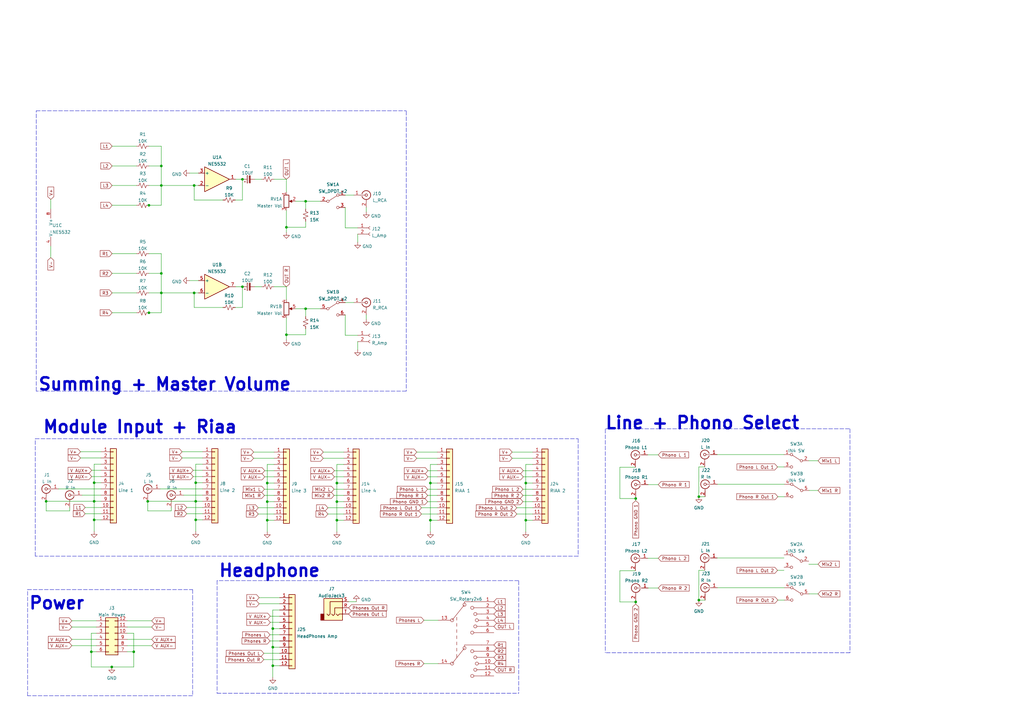
<source format=kicad_sch>
(kicad_sch (version 20211123) (generator eeschema)
  (paper "A3")
  (lib_symbols
    (symbol "Amplifier_Operational:NE5532" (pin_names (offset 0.127))
      (property "Reference" "U" (at 0 5.08 0))
      (property "Value" "NE5532" (at 0 -5.08 0))
      (symbol "NE5532_1_1"
        (pin output line (at 7.62 0 180) (length 2.54) (name "~") (number "1"))
        (pin input line (at -7.62 -2.54 0) (length 2.54) (name "-") (number "2"))
        (pin input line (at -7.62 2.54 0) (length 2.54) (name "+") (number "3"))
      )
      (symbol "NE5532_2_1"
        (pin input line (at -7.62 2.54 0) (length 2.54) (name "+") (number "5"))
        (pin input line (at -7.62 -2.54 0) (length 2.54) (name "-") (number "6"))
        (pin output line (at 7.62 0 180) (length 2.54) (name "~") (number "7"))
      )
      (symbol "NE5532_3_1"
        (pin power_in line (at -2.54 -7.62 90) (length 3.81) (name "V-") (number "4"))
        (pin power_in line (at -2.54 7.62 270) (length 3.81) (name "V+") (number "8"))
      )
    )
    (symbol "Connector:AudioJack3"
      (property "Reference" "J" (at 0 8.89 0))
      (property "Value" "AudioJack3" (at 0 6.35 0))
      (symbol "AudioJack3_1_1"
        (pin passive line (at 5.08 0 180) (length 2.54) (name "~") (number "R"))
        (pin passive line (at 5.08 2.54 180) (length 2.54) (name "~") (number "S"))
        (pin passive line (at 5.08 -2.54 180) (length 2.54) (name "~") (number "T"))
      )
    )
    (symbol "Connector:Conn_01x02_Female" (pin_names (offset 1.016) hide)
      (property "Reference" "J" (at 0 2.54 0))
      (property "Value" "Conn_01x02_Female" (at 0 -5.08 0))
      (symbol "Conn_01x02_Female_1_1"
        (pin passive line (at -5.08 0 0) (length 3.81) (name "Pin_1") (number "1"))
        (pin passive line (at -5.08 -2.54 0) (length 3.81) (name "Pin_2") (number "2"))
      )
    )
    (symbol "Connector:Conn_Coaxial" (pin_names (offset 1.016) hide)
      (property "Reference" "J" (at 0.254 3.048 0))
      (property "Value" "Conn_Coaxial" (at 2.921 0 90))
      (symbol "Conn_Coaxial_1_1"
        (pin passive line (at -5.08 0 0) (length 2.54) (name "In") (number "1"))
        (pin passive line (at 0 -5.08 90) (length 2.54) (name "Ext") (number "2"))
      )
    )
    (symbol "Connector_Generic:Conn_01x12" (pin_names (offset 1.016) hide)
      (property "Reference" "J" (at 0 15.24 0))
      (property "Value" "Conn_01x12" (at 0 -17.78 0))
      (symbol "Conn_01x12_1_1"
        (pin passive line (at -5.08 12.7 0) (length 3.81) (name "Pin_1") (number "1"))
        (pin passive line (at -5.08 -10.16 0) (length 3.81) (name "Pin_10") (number "10"))
        (pin passive line (at -5.08 -12.7 0) (length 3.81) (name "Pin_11") (number "11"))
        (pin passive line (at -5.08 -15.24 0) (length 3.81) (name "Pin_12") (number "12"))
        (pin passive line (at -5.08 10.16 0) (length 3.81) (name "Pin_2") (number "2"))
        (pin passive line (at -5.08 7.62 0) (length 3.81) (name "Pin_3") (number "3"))
        (pin passive line (at -5.08 5.08 0) (length 3.81) (name "Pin_4") (number "4"))
        (pin passive line (at -5.08 2.54 0) (length 3.81) (name "Pin_5") (number "5"))
        (pin passive line (at -5.08 0 0) (length 3.81) (name "Pin_6") (number "6"))
        (pin passive line (at -5.08 -2.54 0) (length 3.81) (name "Pin_7") (number "7"))
        (pin passive line (at -5.08 -5.08 0) (length 3.81) (name "Pin_8") (number "8"))
        (pin passive line (at -5.08 -7.62 0) (length 3.81) (name "Pin_9") (number "9"))
      )
    )
    (symbol "Connector_Generic:Conn_02x06_Counter_Clockwise" (pin_names (offset 1.016) hide)
      (property "Reference" "J" (at 1.27 7.62 0))
      (property "Value" "Conn_02x06_Counter_Clockwise" (at 1.27 -10.16 0))
      (symbol "Conn_02x06_Counter_Clockwise_1_1"
        (pin passive line (at -5.08 5.08 0) (length 3.81) (name "Pin_1") (number "1"))
        (pin passive line (at 7.62 0 180) (length 3.81) (name "Pin_10") (number "10"))
        (pin passive line (at 7.62 2.54 180) (length 3.81) (name "Pin_11") (number "11"))
        (pin passive line (at 7.62 5.08 180) (length 3.81) (name "Pin_12") (number "12"))
        (pin passive line (at -5.08 2.54 0) (length 3.81) (name "Pin_2") (number "2"))
        (pin passive line (at -5.08 0 0) (length 3.81) (name "Pin_3") (number "3"))
        (pin passive line (at -5.08 -2.54 0) (length 3.81) (name "Pin_4") (number "4"))
        (pin passive line (at -5.08 -5.08 0) (length 3.81) (name "Pin_5") (number "5"))
        (pin passive line (at -5.08 -7.62 0) (length 3.81) (name "Pin_6") (number "6"))
        (pin passive line (at 7.62 -7.62 180) (length 3.81) (name "Pin_7") (number "7"))
        (pin passive line (at 7.62 -5.08 180) (length 3.81) (name "Pin_8") (number "8"))
        (pin passive line (at 7.62 -2.54 180) (length 3.81) (name "Pin_9") (number "9"))
      )
    )
    (symbol "Device:C_Polarized_Small" (pin_numbers hide) (pin_names (offset 0.254) hide)
      (property "Reference" "C" (at 0.254 1.778 0))
      (property "Value" "C_Polarized_Small" (at 0.254 -2.032 0))
      (symbol "C_Polarized_Small_1_1"
        (pin passive line (at 0 2.54 270) (length 1.8542) (name "~") (number "1"))
        (pin passive line (at 0 -2.54 90) (length 1.8542) (name "~") (number "2"))
      )
    )
    (symbol "Device:R_Potentiometer_Dual_Separate" (pin_names (offset 1.016) hide)
      (property "Reference" "RV" (at -4.445 0 90))
      (property "Value" "R_Potentiometer_Dual_Separate" (at -2.54 0 90))
      (symbol "R_Potentiometer_Dual_Separate_1_1"
        (pin passive line (at 0 3.81 270) (length 1.27) (name "1") (number "1"))
        (pin passive line (at 3.81 0 180) (length 1.27) (name "2") (number "2"))
        (pin passive line (at 0 -3.81 90) (length 1.27) (name "3") (number "3"))
      )
      (symbol "R_Potentiometer_Dual_Separate_2_1"
        (pin passive line (at 0 3.81 270) (length 1.27) (name "4") (number "4"))
        (pin passive line (at 3.81 0 180) (length 1.27) (name "5") (number "5"))
        (pin passive line (at 0 -3.81 90) (length 1.27) (name "6") (number "6"))
      )
    )
    (symbol "Device:R_Small_US" (pin_numbers hide) (pin_names (offset 0.254) hide)
      (property "Reference" "R" (at 0.762 0.508 0))
      (property "Value" "R_Small_US" (at 0.762 -1.016 0))
      (symbol "R_Small_US_1_1"
        (pin passive line (at 0 2.54 270) (length 1.016) (name "~") (number "1"))
        (pin passive line (at 0 -2.54 90) (length 1.016) (name "~") (number "2"))
      )
    )
    (symbol "Switch:SW_DPDT_x2" (pin_names (offset 0) hide)
      (property "Reference" "SW" (at 0 4.318 0))
      (property "Value" "SW_DPDT_x2" (at 0 -5.08 0))
      (symbol "SW_DPDT_x2_1_1"
        (pin passive line (at 5.08 2.54 180) (length 2.54) (name "A") (number "1"))
        (pin passive line (at -5.08 0 0) (length 2.54) (name "B") (number "2"))
        (pin passive line (at 5.08 -2.54 180) (length 2.54) (name "C") (number "3"))
      )
      (symbol "SW_DPDT_x2_2_1"
        (pin passive line (at 5.08 2.54 180) (length 2.54) (name "A") (number "4"))
        (pin passive line (at -5.08 0 0) (length 2.54) (name "B") (number "5"))
        (pin passive line (at 5.08 -2.54 180) (length 2.54) (name "C") (number "6"))
      )
    )
    (symbol "Switch:SW_Rotary2x6" (pin_names (offset 1.016) hide)
      (property "Reference" "SW" (at 0 17.78 0))
      (property "Value" "SW_Rotary2x6" (at 0 -17.78 0))
      (symbol "SW_Rotary2x6_0_1"
        (pin passive line (at 12.7 15.24 180) (length 5.08) (name "1") (number "1"))
        (pin passive line (at 12.7 -10.16 180) (length 5.08) (name "10") (number "10"))
        (pin passive line (at 12.7 -12.7 180) (length 5.08) (name "11") (number "11"))
        (pin passive line (at 12.7 -15.24 180) (length 5.08) (name "12") (number "12"))
        (pin passive line (at -10.16 7.62 0) (length 5.08) (name "13") (number "13"))
        (pin passive line (at -10.16 -10.16 0) (length 5.08) (name "14") (number "14"))
        (pin passive line (at 12.7 12.7 180) (length 5.08) (name "2") (number "2"))
        (pin passive line (at 12.7 10.16 180) (length 5.08) (name "3") (number "3"))
        (pin passive line (at 12.7 7.62 180) (length 5.08) (name "4") (number "4"))
        (pin passive line (at 12.7 5.08 180) (length 5.08) (name "5") (number "5"))
        (pin passive line (at 12.7 2.54 180) (length 5.08) (name "6") (number "6"))
        (pin passive line (at 12.7 -2.54 180) (length 5.08) (name "7") (number "7"))
        (pin passive line (at 12.7 -5.08 180) (length 5.08) (name "8") (number "8"))
        (pin passive line (at 12.7 -7.62 180) (length 5.08) (name "9") (number "9"))
      )
    )
    (symbol "power:GND" (power) (pin_names (offset 0))
      (property "Value" "GND" (at 0 -3.81 0))
      (symbol "GND_1_1"
        (pin power_in line (at 0 0 270) (length 0) hide (name "GND") (number "1"))
      )
    )
  )
  (junction (at 38.608 205.613))
  (junction (at 79.629 76.073))
  (junction (at 61.087 84.201))
  (junction (at 286.639 203.708))
  (junction (at 125.349 126.619))
  (junction (at 66.167 76.073))
  (junction (at 80.264 213.233))
  (junction (at 37.465 267.335))
  (junction (at 111.887 273.05))
  (junction (at 54.864 267.335))
  (junction (at 66.167 68.072))
  (junction (at 109.601 198.12))
  (junction (at 66.167 112.141))
  (junction (at 138.176 205.74))
  (junction (at 38.608 197.993))
  (junction (at 176.53 198.12))
  (junction (at 45.847 273.558))
  (junction (at 215.646 198.12))
  (junction (at 99.441 117.602))
  (junction (at 176.53 213.36))
  (junction (at 109.601 213.36))
  (junction (at 38.608 213.233))
  (junction (at 80.264 197.993))
  (junction (at 117.475 137.287))
  (junction (at 286.639 246.126))
  (junction (at 111.887 265.43))
  (junction (at 80.264 205.613))
  (junction (at 138.176 198.12))
  (junction (at 99.441 73.533))
  (junction (at 111.887 257.81))
  (junction (at 18.923 205.613))
  (junction (at 79.629 120.142))
  (junction (at 260.731 204.47))
  (junction (at 61.087 128.27))
  (junction (at 260.731 246.888))
  (junction (at 109.601 205.74))
  (junction (at 215.646 213.36))
  (junction (at 125.349 82.55))
  (junction (at 117.475 93.218))
  (junction (at 60.579 205.613))
  (junction (at 138.176 213.36))
  (junction (at 66.167 120.142))
  (wire (pts (xy 61.087 84.201) (xy 66.167 84.201)))
  (wire (pts (xy 111.887 265.43) (xy 114.681 265.43)))
  (wire (pts (xy 60.96 128.27) (xy 61.087 128.27)))
  (polyline (pts (xy 89.027 284.353) (xy 212.725 284.353)))
  (wire (pts (xy 146.685 96.012) (xy 146.685 99.314)))
  (wire (pts (xy 117.475 93.218) (xy 117.475 95.25)))
  (wire (pts (xy 214.503 205.74) (xy 218.44 205.74)))
  (wire (pts (xy 108.458 203.2) (xy 112.395 203.2)))
  (wire (pts (xy 66.167 104.013) (xy 66.167 112.141)))
  (wire (pts (xy 125.349 126.619) (xy 125.349 129.794)))
  (wire (pts (xy 173.863 272.161) (xy 179.705 272.161)))
  (wire (pts (xy 260.731 204.47) (xy 260.731 203.835)))
  (wire (pts (xy 125.349 82.55) (xy 131.445 82.55)))
  (wire (pts (xy 52.197 267.335) (xy 54.864 267.335)))
  (polyline (pts (xy 11.303 241.808) (xy 78.994 241.808)))
  (wire (pts (xy 80.264 213.233) (xy 83.058 213.233)))
  (wire (pts (xy 65.659 200.533) (xy 83.058 200.533)))
  (wire (pts (xy 109.601 205.74) (xy 109.601 213.36)))
  (wire (pts (xy 79.629 82.042) (xy 79.629 76.073)))
  (wire (pts (xy 138.176 190.5) (xy 138.176 198.12)))
  (wire (pts (xy 61.087 59.944) (xy 66.167 59.944)))
  (wire (pts (xy 45.974 112.141) (xy 56.007 112.141)))
  (wire (pts (xy 96.52 82.042) (xy 99.441 82.042)))
  (wire (pts (xy 114.681 257.81) (xy 111.887 257.81)))
  (wire (pts (xy 37.465 273.558) (xy 45.847 273.558)))
  (wire (pts (xy 137.033 200.66) (xy 140.97 200.66)))
  (wire (pts (xy 132.588 185.42) (xy 140.97 185.42)))
  (wire (pts (xy 210.058 185.42) (xy 218.44 185.42)))
  (wire (pts (xy 83.058 197.993) (xy 80.264 197.993)))
  (wire (pts (xy 286.639 233.934) (xy 289.052 233.934)))
  (wire (pts (xy 121.285 126.619) (xy 125.349 126.619)))
  (wire (pts (xy 62.23 254.635) (xy 52.197 254.635)))
  (wire (pts (xy 175.514 195.58) (xy 179.324 195.58)))
  (wire (pts (xy 260.604 191.643) (xy 254.254 191.643)))
  (wire (pts (xy 66.167 59.944) (xy 66.167 68.072)))
  (wire (pts (xy 289.179 246.126) (xy 286.639 246.126)))
  (wire (pts (xy 111.887 273.05) (xy 111.887 277.749)))
  (wire (pts (xy 137.16 195.58) (xy 140.97 195.58)))
  (wire (pts (xy 62.23 257.175) (xy 52.197 257.175)))
  (wire (pts (xy 254.254 204.47) (xy 260.731 204.47)))
  (wire (pts (xy 80.264 190.373) (xy 80.264 197.993)))
  (wire (pts (xy 33.02 187.833) (xy 41.402 187.833)))
  (wire (pts (xy 108.458 200.66) (xy 112.395 200.66)))
  (wire (pts (xy 33.02 185.293) (xy 41.402 185.293)))
  (wire (pts (xy 45.974 84.201) (xy 56.007 84.201)))
  (wire (pts (xy 108.585 195.58) (xy 112.395 195.58)))
  (wire (pts (xy 61.087 68.072) (xy 66.167 68.072)))
  (wire (pts (xy 211.963 208.28) (xy 218.44 208.28)))
  (wire (pts (xy 105.918 208.28) (xy 112.395 208.28)))
  (polyline (pts (xy 78.994 285.369) (xy 11.303 285.369)))
  (wire (pts (xy 260.731 204.47) (xy 260.731 205.359)))
  (wire (pts (xy 74.676 185.293) (xy 83.058 185.293)))
  (wire (pts (xy 66.167 68.072) (xy 66.167 76.073)))
  (polyline (pts (xy 237.109 228.092) (xy 14.478 228.092)))
  (wire (pts (xy 61.087 120.142) (xy 66.167 120.142)))
  (wire (pts (xy 38.608 205.613) (xy 38.608 213.233)))
  (wire (pts (xy 108.204 267.97) (xy 114.681 267.97)))
  (wire (pts (xy 331.724 188.976) (xy 335.534 188.976)))
  (wire (pts (xy 121.285 82.55) (xy 125.349 82.55)))
  (wire (pts (xy 117.475 130.429) (xy 117.475 137.287)))
  (wire (pts (xy 215.646 198.12) (xy 215.646 213.36)))
  (wire (pts (xy 109.601 198.12) (xy 109.601 205.74)))
  (wire (pts (xy 99.441 117.602) (xy 99.441 126.111)))
  (wire (pts (xy 33.655 203.073) (xy 41.402 203.073)))
  (polyline (pts (xy 348.615 175.895) (xy 348.615 267.716)))
  (wire (pts (xy 146.685 140.081) (xy 146.685 143.383)))
  (polyline (pts (xy 11.303 285.369) (xy 11.303 241.808)))
  (wire (pts (xy 138.176 213.36) (xy 138.176 218.059)))
  (wire (pts (xy 110.744 260.35) (xy 114.681 260.35)))
  (wire (pts (xy 29.464 264.795) (xy 39.497 264.795)))
  (wire (pts (xy 106.299 247.65) (xy 114.681 247.65)))
  (wire (pts (xy 173.863 254.381) (xy 179.705 254.381)))
  (wire (pts (xy 294.259 198.628) (xy 321.691 198.628)))
  (wire (pts (xy 66.167 120.142) (xy 79.629 120.142)))
  (wire (pts (xy 104.521 117.602) (xy 107.315 117.602)))
  (wire (pts (xy 111.887 265.43) (xy 111.887 273.05)))
  (wire (pts (xy 125.349 137.287) (xy 117.475 137.287)))
  (wire (pts (xy 210.058 187.96) (xy 218.44 187.96)))
  (wire (pts (xy 96.647 73.533) (xy 99.441 73.533)))
  (wire (pts (xy 176.53 213.36) (xy 176.53 218.059)))
  (polyline (pts (xy 212.725 238.252) (xy 212.725 284.353)))
  (wire (pts (xy 112.395 73.533) (xy 117.475 73.533)))
  (wire (pts (xy 37.592 195.453) (xy 41.402 195.453)))
  (wire (pts (xy 104.013 185.42) (xy 112.395 185.42)))
  (wire (pts (xy 289.179 203.708) (xy 286.639 203.708)))
  (polyline (pts (xy 89.027 238.125) (xy 89.027 284.353)))
  (wire (pts (xy 260.731 246.888) (xy 260.731 246.253)))
  (wire (pts (xy 109.601 213.36) (xy 109.601 218.059)))
  (wire (pts (xy 77.724 115.062) (xy 81.407 115.062)))
  (wire (pts (xy 318.897 233.934) (xy 321.564 233.934)))
  (wire (pts (xy 61.087 112.141) (xy 66.167 112.141)))
  (wire (pts (xy 61.087 76.073) (xy 66.167 76.073)))
  (wire (pts (xy 117.475 86.36) (xy 117.475 93.218)))
  (wire (pts (xy 38.608 205.613) (xy 41.402 205.613)))
  (wire (pts (xy 214.503 203.2) (xy 218.44 203.2)))
  (wire (pts (xy 172.847 208.28) (xy 179.324 208.28)))
  (wire (pts (xy 112.395 117.602) (xy 117.475 117.602)))
  (wire (pts (xy 137.16 193.04) (xy 140.97 193.04)))
  (wire (pts (xy 66.167 120.142) (xy 66.167 128.27)))
  (wire (pts (xy 111.887 250.19) (xy 111.887 257.81)))
  (wire (pts (xy 254.254 191.643) (xy 254.254 204.47)))
  (wire (pts (xy 18.923 205.613) (xy 38.608 205.613)))
  (wire (pts (xy 38.608 213.233) (xy 41.402 213.233)))
  (wire (pts (xy 175.387 205.74) (xy 179.324 205.74)))
  (wire (pts (xy 150.241 129.159) (xy 150.241 130.937)))
  (wire (pts (xy 138.176 213.36) (xy 140.97 213.36)))
  (wire (pts (xy 45.974 128.27) (xy 56.007 128.27)))
  (wire (pts (xy 170.942 185.42) (xy 179.324 185.42)))
  (wire (pts (xy 110.871 255.27) (xy 114.681 255.27)))
  (wire (pts (xy 79.629 120.142) (xy 81.407 120.142)))
  (wire (pts (xy 125.349 93.218) (xy 117.475 93.218)))
  (polyline (pts (xy 78.994 241.808) (xy 78.994 244.221)))
  (wire (pts (xy 54.864 273.558) (xy 45.847 273.558)))
  (wire (pts (xy 111.887 273.05) (xy 114.681 273.05)))
  (wire (pts (xy 150.241 85.09) (xy 150.241 86.868)))
  (wire (pts (xy 45.974 120.142) (xy 56.007 120.142)))
  (wire (pts (xy 60.579 209.55) (xy 70.231 209.55)))
  (wire (pts (xy 143.002 246.761) (xy 146.177 246.761)))
  (polyline (pts (xy 248.285 176.022) (xy 248.285 267.716)))
  (wire (pts (xy 176.53 213.36) (xy 179.324 213.36)))
  (wire (pts (xy 331.851 201.168) (xy 335.534 201.168)))
  (wire (pts (xy 170.942 187.96) (xy 179.324 187.96)))
  (wire (pts (xy 18.923 209.55) (xy 28.575 209.55)))
  (wire (pts (xy 141.605 137.541) (xy 146.685 137.541)))
  (wire (pts (xy 112.395 198.12) (xy 109.601 198.12)))
  (wire (pts (xy 66.167 112.141) (xy 66.167 120.142)))
  (wire (pts (xy 29.464 254.635) (xy 39.497 254.635)))
  (wire (pts (xy 260.731 246.888) (xy 260.731 247.777)))
  (wire (pts (xy 218.44 198.12) (xy 215.646 198.12)))
  (wire (pts (xy 38.608 197.993) (xy 38.608 205.613)))
  (wire (pts (xy 74.676 187.833) (xy 83.058 187.833)))
  (wire (pts (xy 104.521 73.533) (xy 107.315 73.533)))
  (wire (pts (xy 38.608 213.233) (xy 38.608 217.932)))
  (wire (pts (xy 45.974 104.013) (xy 56.007 104.013)))
  (polyline (pts (xy 166.624 45.593) (xy 166.624 160.401)))
  (polyline (pts (xy 78.994 244.348) (xy 78.994 285.369)))
  (wire (pts (xy 60.579 205.613) (xy 60.579 209.55)))
  (wire (pts (xy 54.864 259.715) (xy 54.864 267.335)))
  (wire (pts (xy 265.684 228.981) (xy 270.002 228.981)))
  (wire (pts (xy 66.167 76.073) (xy 79.629 76.073)))
  (wire (pts (xy 20.828 100.965) (xy 20.828 105.664)))
  (wire (pts (xy 79.248 192.913) (xy 83.058 192.913)))
  (wire (pts (xy 132.588 187.96) (xy 140.97 187.96)))
  (wire (pts (xy 141.605 80.01) (xy 145.161 80.01)))
  (polyline (pts (xy 14.478 228.092) (xy 14.478 179.959)))
  (wire (pts (xy 176.53 198.12) (xy 176.53 213.36)))
  (wire (pts (xy 106.299 245.11) (xy 114.681 245.11)))
  (wire (pts (xy 37.465 259.715) (xy 37.465 267.335)))
  (wire (pts (xy 172.847 210.82) (xy 179.324 210.82)))
  (wire (pts (xy 176.53 190.5) (xy 179.324 190.5)))
  (wire (pts (xy 39.497 259.715) (xy 37.465 259.715)))
  (wire (pts (xy 37.592 192.913) (xy 41.402 192.913)))
  (wire (pts (xy 62.23 264.795) (xy 52.197 264.795)))
  (wire (pts (xy 141.605 85.09) (xy 141.605 93.472)))
  (wire (pts (xy 76.581 210.693) (xy 83.058 210.693)))
  (wire (pts (xy 29.464 257.175) (xy 39.497 257.175)))
  (wire (pts (xy 138.176 198.12) (xy 138.176 205.74)))
  (wire (pts (xy 141.605 129.159) (xy 141.605 137.541)))
  (wire (pts (xy 117.475 137.287) (xy 117.475 139.319)))
  (wire (pts (xy 175.387 203.2) (xy 179.324 203.2)))
  (wire (pts (xy 140.97 198.12) (xy 138.176 198.12)))
  (polyline (pts (xy 166.624 160.401) (xy 14.859 160.401)))
  (wire (pts (xy 125.349 82.55) (xy 125.349 85.725)))
  (wire (pts (xy 134.493 208.28) (xy 140.97 208.28)))
  (wire (pts (xy 45.974 59.944) (xy 56.007 59.944)))
  (wire (pts (xy 45.974 68.072) (xy 56.007 68.072)))
  (wire (pts (xy 54.864 267.335) (xy 54.864 273.558)))
  (wire (pts (xy 91.44 82.042) (xy 79.629 82.042)))
  (wire (pts (xy 214.503 200.66) (xy 218.44 200.66)))
  (wire (pts (xy 24.003 200.533) (xy 41.402 200.533)))
  (wire (pts (xy 76.581 208.153) (xy 83.058 208.153)))
  (wire (pts (xy 137.033 203.2) (xy 140.97 203.2)))
  (wire (pts (xy 91.44 126.111) (xy 79.629 126.111)))
  (wire (pts (xy 294.132 228.854) (xy 321.564 228.854)))
  (wire (pts (xy 294.259 241.046) (xy 321.691 241.046)))
  (wire (pts (xy 214.63 195.58) (xy 218.44 195.58)))
  (wire (pts (xy 61.087 128.27) (xy 66.167 128.27)))
  (wire (pts (xy 111.887 250.19) (xy 114.681 250.19)))
  (wire (pts (xy 79.629 76.073) (xy 81.407 76.073)))
  (wire (pts (xy 52.197 259.715) (xy 54.864 259.715)))
  (wire (pts (xy 215.646 190.5) (xy 215.646 198.12)))
  (wire (pts (xy 286.639 246.126) (xy 286.639 233.934)))
  (wire (pts (xy 28.575 208.153) (xy 28.575 209.55)))
  (wire (pts (xy 117.475 73.533) (xy 117.475 78.74)))
  (wire (pts (xy 254.254 246.888) (xy 260.731 246.888)))
  (wire (pts (xy 61.087 104.013) (xy 66.167 104.013)))
  (wire (pts (xy 109.601 213.36) (xy 112.395 213.36)))
  (polyline (pts (xy 14.478 179.959) (xy 237.109 179.959)))
  (wire (pts (xy 254.254 234.061) (xy 254.254 246.888)))
  (wire (pts (xy 96.52 126.111) (xy 99.441 126.111)))
  (wire (pts (xy 318.897 191.516) (xy 321.564 191.516)))
  (wire (pts (xy 60.579 205.613) (xy 80.264 205.613)))
  (wire (pts (xy 80.264 213.233) (xy 80.264 217.932)))
  (wire (pts (xy 110.871 252.73) (xy 114.681 252.73)))
  (wire (pts (xy 141.605 93.472) (xy 146.685 93.472)))
  (wire (pts (xy 37.465 267.335) (xy 37.465 273.558)))
  (wire (pts (xy 265.811 198.755) (xy 270.002 198.755)))
  (wire (pts (xy 66.167 76.073) (xy 66.167 84.201)))
  (polyline (pts (xy 212.725 238.125) (xy 89.027 238.125)))
  (wire (pts (xy 29.464 262.255) (xy 39.497 262.255)))
  (wire (pts (xy 286.639 203.708) (xy 286.639 191.516)))
  (polyline (pts (xy 237.109 179.959) (xy 237.109 228.092)))
  (wire (pts (xy 176.53 190.5) (xy 176.53 198.12)))
  (wire (pts (xy 265.811 241.173) (xy 270.002 241.173)))
  (wire (pts (xy 331.851 243.586) (xy 335.534 243.586)))
  (polyline (pts (xy 14.859 160.401) (xy 14.859 45.466)))
  (wire (pts (xy 70.231 208.153) (xy 70.231 209.55)))
  (wire (pts (xy 105.918 210.82) (xy 112.395 210.82)))
  (wire (pts (xy 215.646 213.36) (xy 218.44 213.36)))
  (wire (pts (xy 108.585 193.04) (xy 112.395 193.04)))
  (wire (pts (xy 138.176 205.74) (xy 140.97 205.74)))
  (wire (pts (xy 80.264 190.373) (xy 83.058 190.373)))
  (wire (pts (xy 38.608 190.373) (xy 38.608 197.993)))
  (wire (pts (xy 41.402 197.993) (xy 38.608 197.993)))
  (wire (pts (xy 214.63 193.04) (xy 218.44 193.04)))
  (polyline (pts (xy 248.412 175.895) (xy 348.615 175.895)))
  (wire (pts (xy 215.646 213.36) (xy 215.646 218.059)))
  (wire (pts (xy 141.605 124.079) (xy 145.161 124.079)))
  (wire (pts (xy 96.647 117.602) (xy 99.441 117.602)))
  (wire (pts (xy 215.646 190.5) (xy 218.44 190.5)))
  (wire (pts (xy 38.608 190.373) (xy 41.402 190.373)))
  (wire (pts (xy 319.024 246.126) (xy 321.691 246.126)))
  (wire (pts (xy 294.132 186.436) (xy 321.564 186.436)))
  (wire (pts (xy 75.311 203.073) (xy 83.058 203.073)))
  (polyline (pts (xy 14.859 45.466) (xy 166.624 45.466)))
  (wire (pts (xy 34.925 208.153) (xy 41.402 208.153)))
  (wire (pts (xy 37.465 267.335) (xy 39.497 267.335)))
  (wire (pts (xy 80.264 205.613) (xy 83.058 205.613)))
  (wire (pts (xy 211.963 210.82) (xy 218.44 210.82)))
  (wire (pts (xy 138.176 190.5) (xy 140.97 190.5)))
  (wire (pts (xy 77.724 70.993) (xy 81.407 70.993)))
  (wire (pts (xy 125.349 126.619) (xy 131.445 126.619)))
  (wire (pts (xy 125.349 134.874) (xy 125.349 137.287)))
  (wire (pts (xy 109.601 190.5) (xy 112.395 190.5)))
  (wire (pts (xy 80.264 197.993) (xy 80.264 205.613)))
  (wire (pts (xy 138.176 205.74) (xy 138.176 213.36)))
  (wire (pts (xy 20.828 81.788) (xy 20.828 85.725)))
  (wire (pts (xy 175.514 193.04) (xy 179.324 193.04)))
  (wire (pts (xy 34.925 210.693) (xy 41.402 210.693)))
  (wire (pts (xy 104.013 187.96) (xy 112.395 187.96)))
  (wire (pts (xy 286.639 191.516) (xy 289.052 191.516)))
  (wire (pts (xy 117.475 117.602) (xy 117.475 122.809)))
  (wire (pts (xy 331.724 231.394) (xy 335.534 231.394)))
  (wire (pts (xy 60.96 84.201) (xy 61.087 84.201)))
  (wire (pts (xy 108.204 270.51) (xy 114.681 270.51)))
  (wire (pts (xy 265.684 186.563) (xy 270.002 186.563)))
  (wire (pts (xy 110.744 262.89) (xy 114.681 262.89)))
  (wire (pts (xy 79.629 126.111) (xy 79.629 120.142)))
  (wire (pts (xy 79.248 195.453) (xy 83.058 195.453)))
  (wire (pts (xy 319.024 203.708) (xy 321.691 203.708)))
  (wire (pts (xy 125.349 90.805) (xy 125.349 93.218)))
  (polyline (pts (xy 348.615 267.716) (xy 248.285 267.716)))
  (wire (pts (xy 179.324 198.12) (xy 176.53 198.12)))
  (wire (pts (xy 111.887 257.81) (xy 111.887 265.43)))
  (wire (pts (xy 175.387 200.66) (xy 179.324 200.66)))
  (wire (pts (xy 80.264 205.613) (xy 80.264 213.233)))
  (wire (pts (xy 260.604 234.061) (xy 254.254 234.061)))
  (wire (pts (xy 45.974 76.073) (xy 56.007 76.073)))
  (wire (pts (xy 109.601 205.74) (xy 112.395 205.74)))
  (wire (pts (xy 18.923 205.613) (xy 18.923 209.55)))
  (wire (pts (xy 109.601 190.5) (xy 109.601 198.12)))
  (wire (pts (xy 62.23 262.255) (xy 52.197 262.255)))
  (wire (pts (xy 134.493 210.82) (xy 140.97 210.82)))
  (wire (pts (xy 99.441 73.533) (xy 99.441 82.042)))
  (text "Line + Phono Select\n" (at 247.904 176.53 0) (effects (font (size 5 5) (thickness 1) bold) (justify left bottom)))
  (text "Headphone\n" (at 89.408 237.109 0) (effects (font (size 5 5) (thickness 1) bold) (justify left bottom)))
  (text "Module Input + Riaa\n" (at 17.272 178.181 0) (effects (font (size 5 5) (thickness 1) bold) (justify left bottom)))
  (text "Summing + Master Volume" (at 15.367 160.655 0) (effects (font (size 5 5) (thickness 1) bold) (justify left bottom)))
  (text "Power\n" (at 11.557 250.444 0) (effects (font (size 5 5) (thickness 1) bold) (justify left bottom)))
  (global_label "Phono R Out 1" (shape input) (at 319.024 203.708 180) (property "Intersheet References" "${INTERSHEET_REFS}" (effects hide)))
  (global_label "R1" (shape input) (at 34.925 210.693 180) (property "Intersheet References" "${INTERSHEET_REFS}" (effects hide)))
  (global_label "R2" (shape input) (at 76.581 210.693 180) (property "Intersheet References" "${INTERSHEET_REFS}" (effects hide)))
  (global_label "V AUX-" (shape input) (at 29.464 264.795 180) (property "Intersheet References" "${INTERSHEET_REFS}" (effects hide)))
  (global_label "L3" (shape input) (at 105.918 208.28 180) (property "Intersheet References" "${INTERSHEET_REFS}" (effects hide)))
  (global_label "V AUX+" (shape input) (at 37.592 192.913 180) (property "Intersheet References" "${INTERSHEET_REFS}" (effects hide)))
  (global_label "V AUX-" (shape input) (at 79.248 195.453 180) (property "Intersheet References" "${INTERSHEET_REFS}" (effects hide)))
  (global_label "R4" (shape input) (at 134.493 210.82 180) (property "Intersheet References" "${INTERSHEET_REFS}" (effects hide)))
  (global_label "Phono R 2" (shape input) (at 214.503 203.2 180) (property "Intersheet References" "${INTERSHEET_REFS}" (effects hide)))
  (global_label "V AUX+" (shape input) (at 29.464 262.255 180) (property "Intersheet References" "${INTERSHEET_REFS}" (effects hide)))
  (global_label "V AUX-" (shape input) (at 137.16 195.58 180) (property "Intersheet References" "${INTERSHEET_REFS}" (effects hide)))
  (global_label "V+" (shape input) (at 74.676 185.293 180) (property "Intersheet References" "${INTERSHEET_REFS}" (effects hide)))
  (global_label "L4" (shape input) (at 134.493 208.28 180) (property "Intersheet References" "${INTERSHEET_REFS}" (effects hide)))
  (global_label "V-" (shape input) (at 33.02 187.833 180) (property "Intersheet References" "${INTERSHEET_REFS}" (effects hide)))
  (global_label "R1" (shape input) (at 202.565 264.541 0) (property "Intersheet References" "${INTERSHEET_REFS}" (effects hide)))
  (global_label "L3" (shape input) (at 45.974 76.073 180) (property "Intersheet References" "${INTERSHEET_REFS}" (effects hide)))
  (global_label "Phono L 1" (shape input) (at 175.387 200.66 180) (property "Intersheet References" "${INTERSHEET_REFS}" (effects hide)))
  (global_label "Phones Out L" (shape input) (at 143.002 251.841 0) (property "Intersheet References" "${INTERSHEET_REFS}" (effects hide)))
  (global_label "R3" (shape input) (at 105.918 210.82 180) (property "Intersheet References" "${INTERSHEET_REFS}" (effects hide)))
  (global_label "R1" (shape input) (at 45.974 104.013 180) (property "Intersheet References" "${INTERSHEET_REFS}" (effects hide)))
  (global_label "Phones R" (shape input) (at 173.863 272.161 180) (property "Intersheet References" "${INTERSHEET_REFS}" (effects hide)))
  (global_label "V+" (shape input) (at 104.013 185.42 180) (property "Intersheet References" "${INTERSHEET_REFS}" (effects hide)))
  (global_label "V+" (shape input) (at 29.464 254.635 180) (property "Intersheet References" "${INTERSHEET_REFS}" (effects hide)))
  (global_label "Phono R 1" (shape input) (at 270.002 198.755 0) (property "Intersheet References" "${INTERSHEET_REFS}" (effects hide)))
  (global_label "Phono GND 2" (shape input) (at 260.731 247.777 270) (property "Intersheet References" "${INTERSHEET_REFS}" (effects hide)))
  (global_label "V-" (shape input) (at 29.464 257.175 180) (property "Intersheet References" "${INTERSHEET_REFS}" (effects hide)))
  (global_label "L2" (shape input) (at 45.974 68.072 180) (property "Intersheet References" "${INTERSHEET_REFS}" (effects hide)))
  (global_label "L1" (shape input) (at 202.565 246.761 0) (property "Intersheet References" "${INTERSHEET_REFS}" (effects hide)))
  (global_label "L1" (shape input) (at 45.974 59.944 180) (property "Intersheet References" "${INTERSHEET_REFS}" (effects hide)))
  (global_label "Phones L" (shape input) (at 173.863 254.381 180) (property "Intersheet References" "${INTERSHEET_REFS}" (effects hide)))
  (global_label "V AUX+" (shape input) (at 108.585 193.04 180) (property "Intersheet References" "${INTERSHEET_REFS}" (effects hide)))
  (global_label "V+" (shape input) (at 210.058 185.42 180) (property "Intersheet References" "${INTERSHEET_REFS}" (effects hide)))
  (global_label "Phono L Out 2" (shape input) (at 211.963 208.28 180) (property "Intersheet References" "${INTERSHEET_REFS}" (effects hide)))
  (global_label "Phono GND 1" (shape input) (at 260.731 205.359 270) (property "Intersheet References" "${INTERSHEET_REFS}" (effects hide)))
  (global_label "Mix2 R" (shape input) (at 137.033 203.2 180) (property "Intersheet References" "${INTERSHEET_REFS}" (effects hide)))
  (global_label "V AUX+" (shape input) (at 62.23 262.255 0) (property "Intersheet References" "${INTERSHEET_REFS}" (effects hide)))
  (global_label "L4" (shape input) (at 45.974 84.201 180) (property "Intersheet References" "${INTERSHEET_REFS}" (effects hide)))
  (global_label "Mix1 R" (shape input) (at 335.534 201.168 0) (property "Intersheet References" "${INTERSHEET_REFS}" (effects hide)))
  (global_label "R3" (shape input) (at 202.565 269.621 0) (property "Intersheet References" "${INTERSHEET_REFS}" (effects hide)))
  (global_label "OUT R" (shape input) (at 202.565 274.701 0) (property "Intersheet References" "${INTERSHEET_REFS}" (effects hide)))
  (global_label "Phono L Out 1" (shape input) (at 318.897 191.516 180) (property "Intersheet References" "${INTERSHEET_REFS}" (effects hide)))
  (global_label "R2" (shape input) (at 202.565 267.081 0) (property "Intersheet References" "${INTERSHEET_REFS}" (effects hide)))
  (global_label "Phono R Out 1" (shape input) (at 172.847 210.82 180) (property "Intersheet References" "${INTERSHEET_REFS}" (effects hide)))
  (global_label "L2" (shape input) (at 202.565 249.301 0) (property "Intersheet References" "${INTERSHEET_REFS}" (effects hide)))
  (global_label "V-" (shape input) (at 106.299 247.65 180) (property "Intersheet References" "${INTERSHEET_REFS}" (effects hide)))
  (global_label "V AUX-" (shape input) (at 214.63 195.58 180) (property "Intersheet References" "${INTERSHEET_REFS}" (effects hide)))
  (global_label "Phones R" (shape input) (at 110.744 262.89 180) (property "Intersheet References" "${INTERSHEET_REFS}" (effects hide)))
  (global_label "Phono R 2" (shape input) (at 270.002 241.173 0) (property "Intersheet References" "${INTERSHEET_REFS}" (effects hide)))
  (global_label "R3" (shape input) (at 45.974 120.142 180) (property "Intersheet References" "${INTERSHEET_REFS}" (effects hide)))
  (global_label "V+" (shape input) (at 62.23 254.635 0) (property "Intersheet References" "${INTERSHEET_REFS}" (effects hide)))
  (global_label "V-" (shape input) (at 210.058 187.96 180) (property "Intersheet References" "${INTERSHEET_REFS}" (effects hide)))
  (global_label "Mix1 R" (shape input) (at 108.458 203.2 180) (property "Intersheet References" "${INTERSHEET_REFS}" (effects hide)))
  (global_label "R2" (shape input) (at 45.974 112.141 180) (property "Intersheet References" "${INTERSHEET_REFS}" (effects hide)))
  (global_label "V-" (shape input) (at 74.676 187.833 180) (property "Intersheet References" "${INTERSHEET_REFS}" (effects hide)))
  (global_label "V AUX+" (shape input) (at 214.63 193.04 180) (property "Intersheet References" "${INTERSHEET_REFS}" (effects hide)))
  (global_label "Phono GND 2" (shape input) (at 214.503 205.74 180) (property "Intersheet References" "${INTERSHEET_REFS}" (effects hide)))
  (global_label "Phones Out R" (shape input) (at 143.002 249.301 0) (property "Intersheet References" "${INTERSHEET_REFS}" (effects hide)))
  (global_label "V-" (shape input) (at 132.588 187.96 180) (property "Intersheet References" "${INTERSHEET_REFS}" (effects hide)))
  (global_label "V-" (shape input) (at 20.828 105.664 270) (property "Intersheet References" "${INTERSHEET_REFS}" (effects hide)))
  (global_label "Phono L 2" (shape input) (at 214.503 200.66 180) (property "Intersheet References" "${INTERSHEET_REFS}" (effects hide)))
  (global_label "V AUX-" (shape input) (at 110.871 255.27 180) (property "Intersheet References" "${INTERSHEET_REFS}" (effects hide)))
  (global_label "Phono R Out 2" (shape input) (at 319.024 246.126 180) (property "Intersheet References" "${INTERSHEET_REFS}" (effects hide)))
  (global_label "V+" (shape input) (at 33.02 185.293 180) (property "Intersheet References" "${INTERSHEET_REFS}" (effects hide)))
  (global_label "V AUX-" (shape input) (at 175.514 195.58 180) (property "Intersheet References" "${INTERSHEET_REFS}" (effects hide)))
  (global_label "V AUX-" (shape input) (at 62.23 264.795 0) (property "Intersheet References" "${INTERSHEET_REFS}" (effects hide)))
  (global_label "Phono R Out 2" (shape input) (at 211.963 210.82 180) (property "Intersheet References" "${INTERSHEET_REFS}" (effects hide)))
  (global_label "V AUX+" (shape input) (at 79.248 192.913 180) (property "Intersheet References" "${INTERSHEET_REFS}" (effects hide)))
  (global_label "Mix2 L" (shape input) (at 335.534 231.394 0) (property "Intersheet References" "${INTERSHEET_REFS}" (effects hide)))
  (global_label "Mix2 R" (shape input) (at 335.534 243.586 0) (property "Intersheet References" "${INTERSHEET_REFS}" (effects hide)))
  (global_label "Phones Out L" (shape input) (at 108.204 267.97 180) (property "Intersheet References" "${INTERSHEET_REFS}" (effects hide)))
  (global_label "V+" (shape input) (at 20.828 81.788 90) (property "Intersheet References" "${INTERSHEET_REFS}" (effects hide)))
  (global_label "Mix1 L" (shape input) (at 108.458 200.66 180) (property "Intersheet References" "${INTERSHEET_REFS}" (effects hide)))
  (global_label "L3" (shape input) (at 202.565 251.841 0) (property "Intersheet References" "${INTERSHEET_REFS}" (effects hide)))
  (global_label "V+" (shape input) (at 170.942 185.42 180) (property "Intersheet References" "${INTERSHEET_REFS}" (effects hide)))
  (global_label "Phono R 1" (shape input) (at 175.387 203.2 180) (property "Intersheet References" "${INTERSHEET_REFS}" (effects hide)))
  (global_label "L4" (shape input) (at 202.565 254.381 0) (property "Intersheet References" "${INTERSHEET_REFS}" (effects hide)))
  (global_label "Phono L Out 1" (shape input) (at 172.847 208.28 180) (property "Intersheet References" "${INTERSHEET_REFS}" (effects hide)))
  (global_label "R4" (shape input) (at 202.565 272.161 0) (property "Intersheet References" "${INTERSHEET_REFS}" (effects hide)))
  (global_label "OUT R" (shape input) (at 117.475 117.602 90) (property "Intersheet References" "${INTERSHEET_REFS}" (effects hide)))
  (global_label "Mix1 L" (shape input) (at 335.534 188.976 0) (property "Intersheet References" "${INTERSHEET_REFS}" (effects hide)))
  (global_label "L1" (shape input) (at 34.925 208.153 180) (property "Intersheet References" "${INTERSHEET_REFS}" (effects hide)))
  (global_label "Phono L Out 2" (shape input) (at 318.897 233.934 180) (property "Intersheet References" "${INTERSHEET_REFS}" (effects hide)))
  (global_label "Phono L 1" (shape input) (at 270.002 186.563 0) (property "Intersheet References" "${INTERSHEET_REFS}" (effects hide)))
  (global_label "Phones Out R" (shape input) (at 108.204 270.51 180) (property "Intersheet References" "${INTERSHEET_REFS}" (effects hide)))
  (global_label "V+" (shape input) (at 132.588 185.42 180) (property "Intersheet References" "${INTERSHEET_REFS}" (effects hide)))
  (global_label "L2" (shape input) (at 76.581 208.153 180) (property "Intersheet References" "${INTERSHEET_REFS}" (effects hide)))
  (global_label "V AUX+" (shape input) (at 175.514 193.04 180) (property "Intersheet References" "${INTERSHEET_REFS}" (effects hide)))
  (global_label "V-" (shape input) (at 170.942 187.96 180) (property "Intersheet References" "${INTERSHEET_REFS}" (effects hide)))
  (global_label "R4" (shape input) (at 45.974 128.27 180) (property "Intersheet References" "${INTERSHEET_REFS}" (effects hide)))
  (global_label "Phono GND 1" (shape input) (at 175.387 205.74 180) (property "Intersheet References" "${INTERSHEET_REFS}" (effects hide)))
  (global_label "V AUX-" (shape input) (at 108.585 195.58 180) (property "Intersheet References" "${INTERSHEET_REFS}" (effects hide)))
  (global_label "V-" (shape input) (at 104.013 187.96 180) (property "Intersheet References" "${INTERSHEET_REFS}" (effects hide)))
  (global_label "V AUX-" (shape input) (at 37.592 195.453 180) (property "Intersheet References" "${INTERSHEET_REFS}" (effects hide)))
  (global_label "V+" (shape input) (at 106.299 245.11 180) (property "Intersheet References" "${INTERSHEET_REFS}" (effects hide)))
  (global_label "V AUX+" (shape input) (at 137.16 193.04 180) (property "Intersheet References" "${INTERSHEET_REFS}" (effects hide)))
  (global_label "Phones L" (shape input) (at 110.744 260.35 180) (property "Intersheet References" "${INTERSHEET_REFS}" (effects hide)))
  (global_label "Phono L 2" (shape input) (at 270.002 228.981 0) (property "Intersheet References" "${INTERSHEET_REFS}" (effects hide)))
  (global_label "OUT L" (shape input) (at 202.565 256.921 0) (property "Intersheet References" "${INTERSHEET_REFS}" (effects hide)))
  (global_label "OUT L" (shape input) (at 117.475 73.533 90) (property "Intersheet References" "${INTERSHEET_REFS}" (effects hide)))
  (global_label "V-" (shape input) (at 62.23 257.175 0) (property "Intersheet References" "${INTERSHEET_REFS}" (effects hide)))
  (global_label "V AUX+" (shape input) (at 110.871 252.73 180) (property "Intersheet References" "${INTERSHEET_REFS}" (effects hide)))
  (global_label "Mix2 L" (shape input) (at 137.033 200.66 180) (property "Intersheet References" "${INTERSHEET_REFS}" (effects hide)))
  (symbol (lib_id "Connector:Conn_01x02_Female") (at 151.765 137.541 0) (unit 1)
    (property "Reference" "J13" (at 152.4762 137.9025 0) (effects (justify left)))
    (property "Value" "R_Amp" (at 152.4762 140.6776 0) (effects (justify left)))
    (property "Footprint" "Connector_JST:JST_EH_B2B-EH-A_1x02_P2.50mm_Vertical" (effects hide))
  )
  (symbol (lib_id "power:GND") (at 77.724 70.993 270) (unit 1)
    (property "Reference" "#PWR0106" (effects hide))
    (property "Value" "GND" (at 74.5491 71.472 90) (effects (justify right)))
  )
  (symbol (lib_id "Device:R_Small_US") (at 58.547 112.141 90) (unit 1)
    (property "Reference" "R6" (at 58.547 107.2855 90))
    (property "Value" "10K" (at 58.547 110.0606 90))
    (property "Footprint" "Resistor_SMD:R_1210_3225Metric" (effects hide))
  )
  (symbol (lib_id "power:GND") (at 176.53 218.059 0) (unit 1)
    (property "Reference" "#PWR0118" (effects hide))
    (property "Value" "GND" (at 176.53 222.6215 0))
  )
  (symbol (lib_id "power:GND") (at 146.685 99.314 0) (unit 1)
    (property "Reference" "#PWR0103" (effects hide))
    (property "Value" "GND" (at 148.59 101.063 0) (effects (justify left)))
  )
  (symbol (lib_id "Connector:Conn_Coaxial") (at 260.604 228.981 0) (mirror y) (unit 1)
    (property "Reference" "J17" (at 260.9214 223.1879 0))
    (property "Value" "Phono L2" (at 260.9214 225.963 0))
    (property "Footprint" "Custom Library:RCA PANEL 2PIN FOOTPRINT" (effects hide))
    (property "Datasheet" " ~" (effects hide))
  )
  (symbol (lib_id "Connector_Generic:Conn_01x12") (at 117.475 198.12 0) (unit 1)
    (property "Reference" "J9" (at 119.507 198.4815 0) (effects (justify left)))
    (property "Value" "Line 3" (at 119.507 201.2566 0) (effects (justify left)))
    (property "Footprint" "TSD MIXER FOOTPRINTS:PinSocket_2x12_P2.54mm_Vertical" (effects hide))
  )
  (symbol (lib_id "power:GND") (at 117.475 95.25 0) (unit 1)
    (property "Reference" "#PWR0104" (effects hide))
    (property "Value" "GND" (at 119.38 96.999 0) (effects (justify left)))
  )
  (symbol (lib_id "power:GND") (at 111.887 277.749 0) (unit 1)
    (property "Reference" "#PWR0115" (effects hide))
    (property "Value" "GND" (at 111.887 282.3115 0))
  )
  (symbol (lib_id "Connector:Conn_Coaxial") (at 289.179 198.628 0) (mirror y) (unit 1)
    (property "Reference" "J22" (at 289.4964 192.8349 0))
    (property "Value" "R In" (at 289.4964 195.61 0))
    (property "Footprint" "Custom Library:RCA PANEL 2PIN FOOTPRINT" (effects hide))
    (property "Datasheet" " ~" (effects hide))
  )
  (symbol (lib_id "Device:R_Potentiometer_Dual_Separate") (at 117.475 82.55 0) (unit 1)
    (property "Reference" "RV1" (at 115.6971 81.6415 0) (effects (justify right)))
    (property "Value" "Master Vol" (at 115.6971 84.4166 0) (effects (justify right)))
    (property "Footprint" "Custom Library:ALPS RS60112" (effects hide))
  )
  (symbol (lib_id "power:GND") (at 109.601 218.059 0) (unit 1)
    (property "Reference" "#PWR0117" (effects hide))
    (property "Value" "GND" (at 109.601 222.6215 0))
  )
  (symbol (lib_id "Connector_Generic:Conn_02x06_Counter_Clockwise") (at 44.577 259.715 0) (unit 1)
    (property "Reference" "J3" (at 45.847 249.3985 0))
    (property "Value" "Main Power" (at 45.847 252.1736 0))
    (property "Footprint" "Connector_PinHeader_2.54mm:PinHeader_2x06_P2.54mm_Vertical" (effects hide))
  )
  (symbol (lib_id "Amplifier_Operational:NE5532") (at 23.368 93.345 0) (unit 3)
    (property "Reference" "U1" (at 21.463 92.4365 0) (effects (justify left)))
    (property "Value" "NE5532" (at 21.463 95.2116 0) (effects (justify left)))
    (property "Footprint" "Package_DIP:DIP-8_W7.62mm_Socket_LongPads" (effects hide))
    (property "Datasheet" "http://www.ti.com/lit/ds/symlink/ne5532.pdf" (effects hide))
  )
  (symbol (lib_id "Connector:Conn_Coaxial") (at 260.731 198.755 0) (mirror y) (unit 1)
    (property "Reference" "J18" (at 261.0484 192.9619 0))
    (property "Value" "Phono R1" (at 261.0484 195.737 0))
    (property "Footprint" "Custom Library:RCA PANEL 2PIN FOOTPRINT" (effects hide))
    (property "Datasheet" " ~" (effects hide))
  )
  (symbol (lib_id "Device:R_Small_US") (at 125.349 132.334 180) (unit 1)
    (property "Reference" "R14" (at 127 131.4255 0) (effects (justify right)))
    (property "Value" "15K" (at 127 134.2006 0) (effects (justify right)))
    (property "Footprint" "Resistor_SMD:R_1210_3225Metric" (effects hide))
  )
  (symbol (lib_id "Device:R_Small_US") (at 125.349 88.265 180) (unit 1)
    (property "Reference" "R13" (at 127 87.3565 0) (effects (justify right)))
    (property "Value" "15K" (at 127 90.1316 0) (effects (justify right)))
    (property "Footprint" "Resistor_SMD:R_1210_3225Metric" (effects hide))
  )
  (symbol (lib_id "Device:R_Small_US") (at 58.547 104.013 90) (unit 1)
    (property "Reference" "R5" (at 58.547 99.1575 90))
    (property "Value" "10K" (at 58.547 101.9326 90))
    (property "Footprint" "Resistor_SMD:R_1210_3225Metric" (effects hide))
  )
  (symbol (lib_id "Switch:SW_DPDT_x2") (at 326.644 230.124 0) (mirror y) (unit 1)
    (property "Reference" "SW2" (at 326.644 223.2365 0))
    (property "Value" "IN3 SW" (at 326.644 226.0116 0))
    (property "Footprint" "Button_Switch_THT:SW_CuK_JS202011CQN_DPDT_Straight" (effects hide))
  )
  (symbol (lib_id "Device:R_Small_US") (at 58.547 76.073 90) (unit 1)
    (property "Reference" "R3" (at 58.547 71.2175 90))
    (property "Value" "10K" (at 58.547 73.9926 90))
    (property "Footprint" "Resistor_SMD:R_1210_3225Metric" (effects hide))
  )
  (symbol (lib_id "Device:R_Small_US") (at 58.547 120.142 90) (unit 1)
    (property "Reference" "R7" (at 58.547 115.2865 90))
    (property "Value" "10K" (at 58.547 118.0616 90))
    (property "Footprint" "Resistor_SMD:R_1210_3225Metric" (effects hide))
  )
  (symbol (lib_id "Connector:Conn_Coaxial") (at 150.241 124.079 0) (unit 1)
    (property "Reference" "J11" (at 152.781 123.4637 0) (effects (justify left)))
    (property "Value" "R_RCA" (at 152.781 126.2388 0) (effects (justify left)))
    (property "Footprint" "Custom Library:RCA PANEL 2PIN FOOTPRINT" (effects hide))
    (property "Datasheet" " ~" (effects hide))
  )
  (symbol (lib_id "Connector:Conn_Coaxial") (at 260.604 186.563 0) (mirror y) (unit 1)
    (property "Reference" "J16" (at 260.9214 180.7699 0))
    (property "Value" "Phono L1" (at 260.9214 183.545 0))
    (property "Footprint" "Custom Library:RCA PANEL 2PIN FOOTPRINT" (effects hide))
    (property "Datasheet" " ~" (effects hide))
  )
  (symbol (lib_id "Device:R_Small_US") (at 58.547 128.27 90) (unit 1)
    (property "Reference" "R8" (at 58.547 123.4145 90))
    (property "Value" "10K" (at 58.547 126.1896 90))
    (property "Footprint" "Resistor_SMD:R_1210_3225Metric" (effects hide))
  )
  (symbol (lib_id "power:GND") (at 286.639 203.708 0) (unit 1)
    (property "Reference" "#PWR0112" (effects hide))
    (property "Value" "GND" (at 286.639 208.2705 0))
  )
  (symbol (lib_id "power:GND") (at 38.608 217.932 0) (unit 1)
    (property "Reference" "#PWR0110" (effects hide))
    (property "Value" "GND" (at 38.608 222.4945 0))
  )
  (symbol (lib_id "Connector:Conn_01x02_Female") (at 151.765 93.472 0) (unit 1)
    (property "Reference" "J12" (at 152.4762 93.8335 0) (effects (justify left)))
    (property "Value" "L_Amp" (at 152.4762 96.6086 0) (effects (justify left)))
    (property "Footprint" "Connector_JST:JST_EH_B2B-EH-A_1x02_P2.50mm_Vertical" (effects hide))
  )
  (symbol (lib_id "Connector:Conn_Coaxial") (at 28.575 203.073 0) (mirror y) (unit 1)
    (property "Reference" "J2" (at 28.8924 197.2799 0))
    (property "Value" "R In" (at 28.8924 200.055 0))
    (property "Footprint" "Custom Library:RCA PANEL 2PIN FOOTPRINT" (effects hide))
    (property "Datasheet" " ~" (effects hide))
  )
  (symbol (lib_id "Connector:AudioJack3") (at 137.922 249.301 0) (unit 1)
    (property "Reference" "J7" (at 136.017 241.5245 0))
    (property "Value" "AudioJack3" (at 136.017 244.2996 0))
    (property "Footprint" "Connector_Audio:Jack_6.35mm_Neutrik_NMJ4HCD2_Horizontal" (effects hide))
  )
  (symbol (lib_id "power:GND") (at 150.241 86.868 0) (unit 1)
    (property "Reference" "#PWR0102" (effects hide))
    (property "Value" "GND" (at 152.146 88.617 0) (effects (justify left)))
  )
  (symbol (lib_id "Device:C_Polarized_Small") (at 101.981 73.533 90) (unit 1)
    (property "Reference" "C1" (at 101.4349 68.1695 90))
    (property "Value" "10Uf" (at 101.4349 70.9446 90))
    (property "Footprint" "Capacitor_SMD:CP_Elec_6.3x5.4_Nichicon" (effects hide))
  )
  (symbol (lib_id "Device:R_Small_US") (at 58.547 84.201 90) (unit 1)
    (property "Reference" "R4" (at 58.547 79.3455 90))
    (property "Value" "10K" (at 58.547 82.1206 90))
    (property "Footprint" "Resistor_SMD:R_1210_3225Metric" (effects hide))
  )
  (symbol (lib_id "Connector:Conn_Coaxial") (at 70.231 203.073 0) (mirror y) (unit 1)
    (property "Reference" "J6" (at 70.5484 197.2799 0))
    (property "Value" "R In" (at 70.5484 200.055 0))
    (property "Footprint" "Custom Library:RCA PANEL 2PIN FOOTPRINT" (effects hide))
    (property "Datasheet" " ~" (effects hide))
  )
  (symbol (lib_id "power:GND") (at 117.475 139.319 0) (unit 1)
    (property "Reference" "#PWR0107" (effects hide))
    (property "Value" "GND" (at 119.38 141.068 0) (effects (justify left)))
  )
  (symbol (lib_id "Connector:Conn_Coaxial") (at 150.241 80.01 0) (unit 1)
    (property "Reference" "J10" (at 152.7811 79.3947 0) (effects (justify left)))
    (property "Value" "L_RCA" (at 152.7811 82.1698 0) (effects (justify left)))
    (property "Footprint" "Custom Library:RCA PANEL 2PIN FOOTPRINT" (effects hide))
    (property "Datasheet" " ~" (effects hide))
  )
  (symbol (lib_id "Connector_Generic:Conn_01x12") (at 119.761 257.81 0) (unit 1)
    (property "Reference" "J25" (at 121.793 258.1715 0) (effects (justify left)))
    (property "Value" "HeadPhones Amp" (at 121.793 260.9466 0) (effects (justify left)))
    (property "Footprint" "TSD MIXER FOOTPRINTS:PinSocket_2x12_P2.54mm_Vertical" (effects hide))
  )
  (symbol (lib_id "Connector:Conn_Coaxial") (at 260.731 241.173 0) (mirror y) (unit 1)
    (property "Reference" "J19" (at 261.0484 235.3799 0))
    (property "Value" "Phono R2" (at 261.0484 238.155 0))
    (property "Footprint" "Custom Library:RCA PANEL 2PIN FOOTPRINT" (effects hide))
    (property "Datasheet" " ~" (effects hide))
  )
  (symbol (lib_id "power:GND") (at 77.724 115.062 270) (unit 1)
    (property "Reference" "#PWR0105" (effects hide))
    (property "Value" "GND" (at 74.5491 115.541 90) (effects (justify right)))
  )
  (symbol (lib_id "power:GND") (at 138.176 218.059 0) (unit 1)
    (property "Reference" "#PWR0116" (effects hide))
    (property "Value" "GND" (at 138.176 222.6215 0))
  )
  (symbol (lib_id "power:GND") (at 146.177 246.761 180) (unit 1)
    (property "Reference" "#PWR0119" (effects hide))
    (property "Value" "GND" (at 148.082 245.97 0) (effects (justify right)))
  )
  (symbol (lib_id "Connector_Generic:Conn_01x12") (at 223.52 198.12 0) (unit 1)
    (property "Reference" "J24" (at 225.552 198.4815 0) (effects (justify left)))
    (property "Value" "RIAA 2" (at 225.552 201.2566 0) (effects (justify left)))
    (property "Footprint" "TSD MIXER FOOTPRINTS:PinSocket_2x12_P2.54mm_Vertical" (effects hide))
  )
  (symbol (lib_id "Connector_Generic:Conn_01x12") (at 146.05 198.12 0) (unit 1)
    (property "Reference" "J14" (at 148.082 198.4815 0) (effects (justify left)))
    (property "Value" "Line 4" (at 148.082 201.2566 0) (effects (justify left)))
    (property "Footprint" "TSD MIXER FOOTPRINTS:PinSocket_2x12_P2.54mm_Vertical" (effects hide))
  )
  (symbol (lib_id "Device:R_Potentiometer_Dual_Separate") (at 117.475 126.619 0) (unit 2)
    (property "Reference" "RV1" (at 115.6971 125.7105 0) (effects (justify right)))
    (property "Value" "Master Vol" (at 115.6971 128.4856 0) (effects (justify right)))
    (property "Footprint" "Custom Library:ALPS RS60112" (effects hide))
  )
  (symbol (lib_id "Switch:SW_DPDT_x2") (at 326.644 188.976 0) (mirror y) (unit 1)
    (property "Reference" "SW3" (at 326.644 182.0885 0))
    (property "Value" "IN4 SW" (at 326.644 184.8636 0))
    (property "Footprint" "Button_Switch_THT:SW_CuK_JS202011CQN_DPDT_Straight" (effects hide))
  )
  (symbol (lib_id "Switch:SW_DPDT_x2") (at 326.771 201.168 0) (mirror y) (unit 2)
    (property "Reference" "SW3" (at 326.771 194.2805 0))
    (property "Value" "IN4 SW" (at 326.771 197.0556 0))
    (property "Footprint" "Button_Switch_THT:SW_CuK_JS202011CQN_DPDT_Straight" (effects hide))
  )
  (symbol (lib_id "Device:R_Small_US") (at 58.547 59.944 90) (unit 1)
    (property "Reference" "R1" (at 58.547 55.0885 90))
    (property "Value" "10K" (at 58.547 57.8636 90))
    (property "Footprint" "Resistor_SMD:R_1210_3225Metric" (effects hide))
  )
  (symbol (lib_id "Device:R_Small_US") (at 93.98 82.042 90) (unit 1)
    (property "Reference" "R9" (at 93.98 77.1865 90))
    (property "Value" "10K" (at 93.98 79.9616 90))
    (property "Footprint" "Resistor_SMD:R_1210_3225Metric" (effects hide))
  )
  (symbol (lib_id "Switch:SW_DPDT_x2") (at 326.771 243.586 0) (mirror y) (unit 2)
    (property "Reference" "SW2" (at 326.771 236.6985 0))
    (property "Value" "IN3 SW" (at 326.771 239.4736 0))
    (property "Footprint" "Button_Switch_THT:SW_CuK_JS202011CQN_DPDT_Straight" (effects hide))
  )
  (symbol (lib_id "power:GND") (at 80.264 217.932 0) (unit 1)
    (property "Reference" "#PWR0101" (effects hide))
    (property "Value" "GND" (at 80.264 222.4945 0))
  )
  (symbol (lib_id "power:GND") (at 215.646 218.059 0) (unit 1)
    (property "Reference" "#PWR0114" (effects hide))
    (property "Value" "GND" (at 215.646 222.6215 0))
  )
  (symbol (lib_id "Device:C_Polarized_Small") (at 101.981 117.602 90) (unit 1)
    (property "Reference" "C2" (at 101.4349 112.2385 90))
    (property "Value" "10Uf" (at 101.4349 115.0136 90))
    (property "Footprint" "Capacitor_SMD:CP_Elec_6.3x5.4_Nichicon" (effects hide))
  )
  (symbol (lib_id "Switch:SW_DPDT_x2") (at 136.525 126.619 0) (unit 2)
    (property "Reference" "SW1" (at 136.525 119.7315 0))
    (property "Value" "SW_DPDT_x2" (at 136.525 122.5066 0))
    (property "Footprint" "Button_Switch_THT:SW_CuK_JS202011CQN_DPDT_Straight" (effects hide))
  )
  (symbol (lib_id "Connector_Generic:Conn_01x12") (at 184.404 198.12 0) (unit 1)
    (property "Reference" "J15" (at 186.436 198.4815 0) (effects (justify left)))
    (property "Value" "RIAA 1" (at 186.436 201.2566 0) (effects (justify left)))
    (property "Footprint" "TSD MIXER FOOTPRINTS:PinSocket_2x12_P2.54mm_Vertical" (effects hide))
  )
  (symbol (lib_id "Switch:SW_DPDT_x2") (at 136.525 82.55 0) (unit 1)
    (property "Reference" "SW1" (at 136.525 75.6625 0))
    (property "Value" "SW_DPDT_x2" (at 136.525 78.4376 0))
    (property "Footprint" "Button_Switch_THT:SW_CuK_JS202011CQN_DPDT_Straight" (effects hide))
  )
  (symbol (lib_id "Connector:Conn_Coaxial") (at 18.923 200.533 0) (mirror y) (unit 1)
    (property "Reference" "J1" (at 19.2404 194.7399 0))
    (property "Value" "L In" (at 19.2404 197.515 0))
    (property "Footprint" "Custom Library:RCA PANEL 2PIN FOOTPRINT" (effects hide))
    (property "Datasheet" " ~" (effects hide))
  )
  (symbol (lib_id "power:GND") (at 150.241 130.937 0) (unit 1)
    (property "Reference" "#PWR0108" (effects hide))
    (property "Value" "GND" (at 152.146 132.686 0) (effects (justify left)))
  )
  (symbol (lib_id "power:GND") (at 286.639 246.126 0) (unit 1)
    (property "Reference" "#PWR0113" (effects hide))
    (property "Value" "GND" (at 286.639 250.6885 0))
  )
  (symbol (lib_id "Connector:Conn_Coaxial") (at 289.179 241.046 0) (mirror y) (unit 1)
    (property "Reference" "J23" (at 289.4964 235.2529 0))
    (property "Value" "R In" (at 289.4964 238.028 0))
    (property "Footprint" "Custom Library:RCA PANEL 2PIN FOOTPRINT" (effects hide))
    (property "Datasheet" " ~" (effects hide))
  )
  (symbol (lib_id "Connector:Conn_Coaxial") (at 289.052 228.854 0) (mirror y) (unit 1)
    (property "Reference" "J21" (at 289.3694 223.0609 0))
    (property "Value" "L In" (at 289.3694 225.836 0))
    (property "Footprint" "Custom Library:RCA PANEL 2PIN FOOTPRINT" (effects hide))
    (property "Datasheet" " ~" (effects hide))
  )
  (symbol (lib_id "Amplifier_Operational:NE5532") (at 89.027 117.602 0) (unit 2)
    (property "Reference" "U1" (at 89.027 108.5555 0))
    (property "Value" "NE5532" (at 89.027 111.3306 0))
    (property "Footprint" "Package_DIP:DIP-8_W7.62mm_Socket_LongPads" (effects hide))
    (property "Datasheet" "http://www.ti.com/lit/ds/symlink/ne5532.pdf" (effects hide))
  )
  (symbol (lib_id "Device:R_Small_US") (at 109.855 73.533 90) (unit 1)
    (property "Reference" "R11" (at 109.855 68.6775 90))
    (property "Value" "100" (at 109.855 71.4526 90))
    (property "Footprint" "Resistor_SMD:R_1210_3225Metric" (effects hide))
  )
  (symbol (lib_id "Connector:Conn_Coaxial") (at 60.579 200.533 0) (mirror y) (unit 1)
    (property "Reference" "J5" (at 60.8964 194.7399 0))
    (property "Value" "L In" (at 60.8964 197.515 0))
    (property "Footprint" "Custom Library:RCA PANEL 2PIN FOOTPRINT" (effects hide))
    (property "Datasheet" " ~" (effects hide))
  )
  (symbol (lib_id "Connector_Generic:Conn_01x12") (at 88.138 197.993 0) (unit 1)
    (property "Reference" "J8" (at 90.17 198.3545 0) (effects (justify left)))
    (property "Value" "Line 2" (at 90.17 201.1296 0) (effects (justify left)))
    (property "Footprint" "TSD MIXER FOOTPRINTS:PinSocket_2x12_P2.54mm_Vertical" (effects hide))
  )
  (symbol (lib_id "power:GND") (at 45.847 273.558 0) (unit 1)
    (property "Reference" "#PWR0111" (effects hide))
    (property "Value" "GND" (at 45.847 278.1205 0))
  )
  (symbol (lib_id "Connector_Generic:Conn_01x12") (at 46.482 197.993 0) (unit 1)
    (property "Reference" "J4" (at 48.514 198.3545 0) (effects (justify left)))
    (property "Value" "Line 1" (at 48.514 201.1296 0) (effects (justify left)))
    (property "Footprint" "TSD MIXER FOOTPRINTS:PinSocket_2x12_P2.54mm_Vertical" (effects hide))
  )
  (symbol (lib_id "Device:R_Small_US") (at 109.855 117.602 90) (unit 1)
    (property "Reference" "R12" (at 109.855 112.7465 90))
    (property "Value" "100" (at 109.855 115.5216 90))
    (property "Footprint" "Resistor_SMD:R_1210_3225Metric" (effects hide))
  )
  (symbol (lib_id "Amplifier_Operational:NE5532") (at 89.027 73.533 0) (unit 1)
    (property "Reference" "U1" (at 89.027 64.4865 0))
    (property "Value" "NE5532" (at 89.027 67.2616 0))
    (property "Footprint" "Package_DIP:DIP-8_W7.62mm_Socket_LongPads" (effects hide))
    (property "Datasheet" "http://www.ti.com/lit/ds/symlink/ne5532.pdf" (effects hide))
  )
  (symbol (lib_id "Device:R_Small_US") (at 93.98 126.111 90) (unit 1)
    (property "Reference" "R10" (at 93.98 121.2555 90))
    (property "Value" "10K" (at 93.98 124.0306 90))
    (property "Footprint" "Resistor_SMD:R_1210_3225Metric" (effects hide))
  )
  (symbol (lib_id "Connector:Conn_Coaxial") (at 289.052 186.436 0) (mirror y) (unit 1)
    (property "Reference" "J20" (at 289.3694 180.6429 0))
    (property "Value" "L In" (at 289.3694 183.418 0))
    (property "Footprint" "Custom Library:RCA PANEL 2PIN FOOTPRINT" (effects hide))
    (property "Datasheet" " ~" (effects hide))
  )
  (symbol (lib_id "Switch:SW_Rotary2x6") (at 189.865 262.001 0) (unit 1)
    (property "Reference" "SW4" (at 191.135 242.9215 0))
    (property "Value" "SW_Rotary2x6" (at 191.135 245.6966 0))
    (property "Footprint" "Connector_PinSocket_2.54mm:PinSocket_2x07_P2.54mm_Vertical" (effects hide))
    (property "Datasheet" "http://cdn-reichelt.de/documents/datenblatt/C200/DS-Serie%23LOR.pdf" (effects hide))
  )
  (symbol (lib_id "power:GND") (at 146.685 143.383 0) (unit 1)
    (property "Reference" "#PWR0109" (effects hide))
    (property "Value" "GND" (at 148.59 145.132 0) (effects (justify left)))
  )
  (symbol (lib_id "Device:R_Small_US") (at 58.547 68.072 90) (unit 1)
    (property "Reference" "R2" (at 58.547 63.2165 90))
    (property "Value" "10K" (at 58.547 65.9916 90))
    (property "Footprint" "Resistor_SMD:R_1210_3225Metric" (effects hide))
  )
)
</source>
